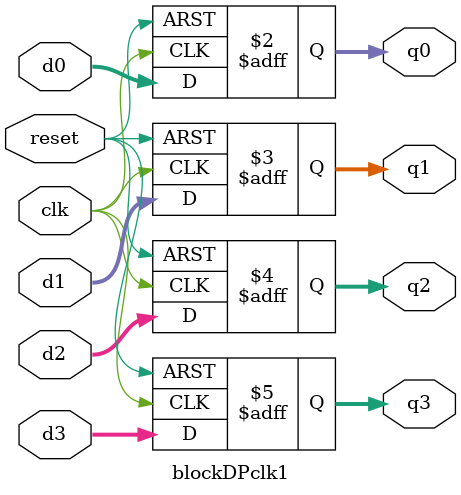
<source format=v>
module blockDPclk1 (
	clk,
	reset,
	d0,
    d1,
    d2,
    d3,
	q0,
    q1,
    q2,
    q3
);
	parameter WIDTH = 32;
	input wire clk;
	input wire reset;
	input wire [WIDTH - 1:0] d0; // 32 bits
	input wire [WIDTH - 1:0] d1; // 32 bits
    input wire [WIDTH - 29:0] d2; // 4 bits
    input wire [WIDTH - 1:0] d3; // 32 bits
	output reg [WIDTH - 1:0] q0; // 32 bits
	output reg [WIDTH - 1:0] q1; // 32 bits
	output reg [WIDTH - 29:0] q2; // 4bits
	output reg [WIDTH - 1:0] q3; // 32 bits
	always @(posedge clk or posedge reset)
		if (reset) begin
			q0 <= 0;
            q1 <= 0;
            q2 <= 0;
            q3 <= 0;
        end
		else begin
			q0 <= d0;
            q1 <= d1;
            q2 <= d2;
            q3 <= d3;
        end
endmodule

</source>
